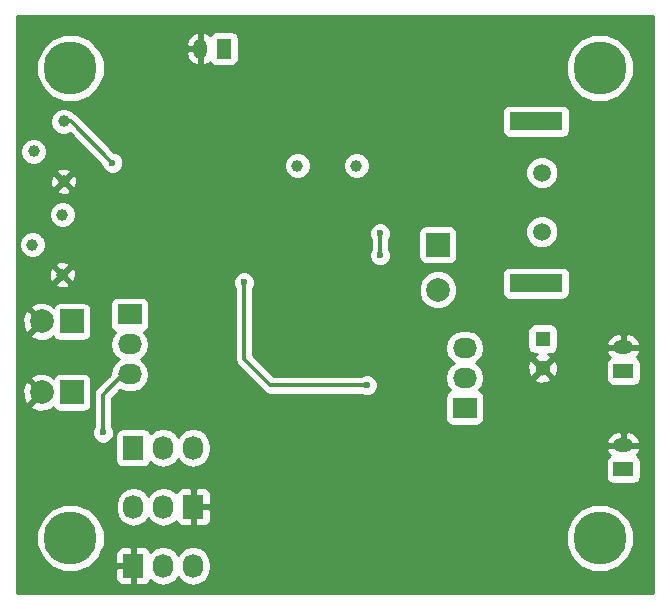
<source format=gbr>
G04 #@! TF.FileFunction,Copper,L2,Bot,Signal*
%FSLAX46Y46*%
G04 Gerber Fmt 4.6, Leading zero omitted, Abs format (unit mm)*
G04 Created by KiCad (PCBNEW 4.0.1-stable) date 02/03/2016 22:00:12*
%MOMM*%
G01*
G04 APERTURE LIST*
%ADD10C,0.100000*%
%ADD11C,4.500120*%
%ADD12C,1.000000*%
%ADD13R,1.727200X2.032000*%
%ADD14O,1.727200X2.032000*%
%ADD15R,1.699260X1.198880*%
%ADD16O,1.699260X1.198880*%
%ADD17R,2.032000X1.727200*%
%ADD18O,2.032000X1.727200*%
%ADD19R,1.300000X1.300000*%
%ADD20C,1.300000*%
%ADD21C,1.500000*%
%ADD22R,4.500000X1.500000*%
%ADD23R,1.198880X1.699260*%
%ADD24O,1.198880X1.699260*%
%ADD25R,2.000000X2.000000*%
%ADD26C,2.000000*%
%ADD27C,1.998980*%
%ADD28R,1.998980X1.998980*%
%ADD29C,0.600000*%
%ADD30C,0.300000*%
%ADD31C,0.254000*%
G04 APERTURE END LIST*
D10*
D11*
X121066000Y-116200000D03*
X121066000Y-76400000D03*
X165866000Y-76400000D03*
X165866000Y-116200000D03*
D12*
X117836000Y-91350000D03*
X120376000Y-93890000D03*
X120376000Y-88810000D03*
D13*
X126366000Y-108550000D03*
D14*
X128906000Y-108550000D03*
X131446000Y-108550000D03*
D12*
X117936000Y-83450000D03*
X120476000Y-85990000D03*
X120476000Y-80910000D03*
D13*
X126366000Y-118550000D03*
D14*
X128906000Y-118550000D03*
X131446000Y-118550000D03*
D12*
X145266000Y-84650000D03*
X140266000Y-84650000D03*
D15*
X167866000Y-110350760D03*
D16*
X167866000Y-108349240D03*
D13*
X131466000Y-113550000D03*
D14*
X128926000Y-113550000D03*
X126386000Y-113550000D03*
D15*
X167866000Y-102050760D03*
D16*
X167866000Y-100049240D03*
D17*
X126066000Y-97250000D03*
D18*
X126066000Y-99790000D03*
X126066000Y-102330000D03*
D19*
X161036000Y-99314000D03*
D20*
X161036000Y-101814000D03*
D21*
X160966000Y-85250000D03*
X160966000Y-90250000D03*
D22*
X160466000Y-94600000D03*
X160466000Y-80900000D03*
D23*
X134066760Y-74750000D03*
D24*
X132065240Y-74750000D03*
D25*
X121166000Y-97850000D03*
D26*
X118626000Y-97850000D03*
D25*
X121166000Y-103850000D03*
D26*
X118626000Y-103850000D03*
D27*
X152166000Y-95160000D03*
D28*
X152166000Y-91350000D03*
D17*
X154432000Y-105156000D03*
D18*
X154432000Y-102616000D03*
X154432000Y-100076000D03*
D29*
X138678500Y-98712500D03*
X141266000Y-108450000D03*
X157566000Y-75350000D03*
X157266000Y-84250000D03*
X148366000Y-100250000D03*
X138666000Y-101400000D03*
X138666000Y-95950000D03*
X140716000Y-92750000D03*
X135766000Y-90550000D03*
X135266000Y-117600000D03*
X135766000Y-94550000D03*
X146166000Y-103250000D03*
X123816000Y-107250000D03*
X147266000Y-92250000D03*
X147266000Y-90400000D03*
X124616000Y-84400000D03*
D30*
X138666000Y-98750000D02*
X138666000Y-98725000D01*
X138666000Y-98725000D02*
X138678500Y-98712500D01*
X137966000Y-103250000D02*
X146166000Y-103250000D01*
X135766000Y-101050000D02*
X137966000Y-103250000D01*
X135766000Y-101050000D02*
X135766000Y-94550000D01*
X123816000Y-107250000D02*
X123816000Y-104050000D01*
X123816000Y-104050000D02*
X125536000Y-102330000D01*
X125536000Y-102330000D02*
X126066000Y-102330000D01*
X147266000Y-92250000D02*
X147266000Y-90400000D01*
X124616000Y-84400000D02*
X121126000Y-80910000D01*
X121126000Y-80910000D02*
X120476000Y-80910000D01*
D31*
G36*
X170356000Y-120840000D02*
X116576000Y-120840000D01*
X116576000Y-116771356D01*
X118180440Y-116771356D01*
X118618739Y-117832120D01*
X119429611Y-118644409D01*
X120489608Y-119084558D01*
X121637356Y-119085560D01*
X122241942Y-118835750D01*
X124867400Y-118835750D01*
X124867400Y-119692309D01*
X124964073Y-119925698D01*
X125142701Y-120104327D01*
X125376090Y-120201000D01*
X126080250Y-120201000D01*
X126239000Y-120042250D01*
X126239000Y-118677000D01*
X125026150Y-118677000D01*
X124867400Y-118835750D01*
X122241942Y-118835750D01*
X122698120Y-118647261D01*
X123510409Y-117836389D01*
X123688419Y-117407691D01*
X124867400Y-117407691D01*
X124867400Y-118264250D01*
X125026150Y-118423000D01*
X126239000Y-118423000D01*
X126239000Y-117057750D01*
X126493000Y-117057750D01*
X126493000Y-118423000D01*
X126513000Y-118423000D01*
X126513000Y-118677000D01*
X126493000Y-118677000D01*
X126493000Y-120042250D01*
X126651750Y-120201000D01*
X127355910Y-120201000D01*
X127589299Y-120104327D01*
X127767927Y-119925698D01*
X127831500Y-119772220D01*
X127846330Y-119794415D01*
X128332511Y-120119271D01*
X128906000Y-120233345D01*
X129479489Y-120119271D01*
X129965670Y-119794415D01*
X130176000Y-119479634D01*
X130386330Y-119794415D01*
X130872511Y-120119271D01*
X131446000Y-120233345D01*
X132019489Y-120119271D01*
X132505670Y-119794415D01*
X132830526Y-119308234D01*
X132944600Y-118734745D01*
X132944600Y-118365255D01*
X132830526Y-117791766D01*
X132505670Y-117305585D01*
X132019489Y-116980729D01*
X131446000Y-116866655D01*
X130872511Y-116980729D01*
X130386330Y-117305585D01*
X130176000Y-117620366D01*
X129965670Y-117305585D01*
X129479489Y-116980729D01*
X128906000Y-116866655D01*
X128332511Y-116980729D01*
X127846330Y-117305585D01*
X127831500Y-117327780D01*
X127767927Y-117174302D01*
X127589299Y-116995673D01*
X127355910Y-116899000D01*
X126651750Y-116899000D01*
X126493000Y-117057750D01*
X126239000Y-117057750D01*
X126080250Y-116899000D01*
X125376090Y-116899000D01*
X125142701Y-116995673D01*
X124964073Y-117174302D01*
X124867400Y-117407691D01*
X123688419Y-117407691D01*
X123950558Y-116776392D01*
X123950562Y-116771356D01*
X162980440Y-116771356D01*
X163418739Y-117832120D01*
X164229611Y-118644409D01*
X165289608Y-119084558D01*
X166437356Y-119085560D01*
X167498120Y-118647261D01*
X168310409Y-117836389D01*
X168750558Y-116776392D01*
X168751560Y-115628644D01*
X168313261Y-114567880D01*
X167502389Y-113755591D01*
X166442392Y-113315442D01*
X165294644Y-113314440D01*
X164233880Y-113752739D01*
X163421591Y-114563611D01*
X162981442Y-115623608D01*
X162980440Y-116771356D01*
X123950562Y-116771356D01*
X123951560Y-115628644D01*
X123513261Y-114567880D01*
X122702389Y-113755591D01*
X121762356Y-113365255D01*
X124887400Y-113365255D01*
X124887400Y-113734745D01*
X125001474Y-114308234D01*
X125326330Y-114794415D01*
X125812511Y-115119271D01*
X126386000Y-115233345D01*
X126959489Y-115119271D01*
X127445670Y-114794415D01*
X127656000Y-114479634D01*
X127866330Y-114794415D01*
X128352511Y-115119271D01*
X128926000Y-115233345D01*
X129499489Y-115119271D01*
X129985670Y-114794415D01*
X130000500Y-114772220D01*
X130064073Y-114925698D01*
X130242701Y-115104327D01*
X130476090Y-115201000D01*
X131180250Y-115201000D01*
X131339000Y-115042250D01*
X131339000Y-113677000D01*
X131593000Y-113677000D01*
X131593000Y-115042250D01*
X131751750Y-115201000D01*
X132455910Y-115201000D01*
X132689299Y-115104327D01*
X132867927Y-114925698D01*
X132964600Y-114692309D01*
X132964600Y-113835750D01*
X132805850Y-113677000D01*
X131593000Y-113677000D01*
X131339000Y-113677000D01*
X131319000Y-113677000D01*
X131319000Y-113423000D01*
X131339000Y-113423000D01*
X131339000Y-112057750D01*
X131593000Y-112057750D01*
X131593000Y-113423000D01*
X132805850Y-113423000D01*
X132964600Y-113264250D01*
X132964600Y-112407691D01*
X132867927Y-112174302D01*
X132689299Y-111995673D01*
X132455910Y-111899000D01*
X131751750Y-111899000D01*
X131593000Y-112057750D01*
X131339000Y-112057750D01*
X131180250Y-111899000D01*
X130476090Y-111899000D01*
X130242701Y-111995673D01*
X130064073Y-112174302D01*
X130000500Y-112327780D01*
X129985670Y-112305585D01*
X129499489Y-111980729D01*
X128926000Y-111866655D01*
X128352511Y-111980729D01*
X127866330Y-112305585D01*
X127656000Y-112620366D01*
X127445670Y-112305585D01*
X126959489Y-111980729D01*
X126386000Y-111866655D01*
X125812511Y-111980729D01*
X125326330Y-112305585D01*
X125001474Y-112791766D01*
X124887400Y-113365255D01*
X121762356Y-113365255D01*
X121642392Y-113315442D01*
X120494644Y-113314440D01*
X119433880Y-113752739D01*
X118621591Y-114563611D01*
X118181442Y-115623608D01*
X118180440Y-116771356D01*
X116576000Y-116771356D01*
X116576000Y-107435167D01*
X122880838Y-107435167D01*
X123022883Y-107778943D01*
X123285673Y-108042192D01*
X123629201Y-108184838D01*
X124001167Y-108185162D01*
X124344943Y-108043117D01*
X124608192Y-107780327D01*
X124710476Y-107534000D01*
X124854960Y-107534000D01*
X124854960Y-109566000D01*
X124899238Y-109801317D01*
X125038310Y-110017441D01*
X125250510Y-110162431D01*
X125502400Y-110213440D01*
X127229600Y-110213440D01*
X127464917Y-110169162D01*
X127681041Y-110030090D01*
X127826031Y-109817890D01*
X127834400Y-109776561D01*
X127846330Y-109794415D01*
X128332511Y-110119271D01*
X128906000Y-110233345D01*
X129479489Y-110119271D01*
X129965670Y-109794415D01*
X130176000Y-109479634D01*
X130386330Y-109794415D01*
X130872511Y-110119271D01*
X131446000Y-110233345D01*
X132019489Y-110119271D01*
X132505670Y-109794415D01*
X132534465Y-109751320D01*
X166368930Y-109751320D01*
X166368930Y-110950200D01*
X166413208Y-111185517D01*
X166552280Y-111401641D01*
X166764480Y-111546631D01*
X167016370Y-111597640D01*
X168715630Y-111597640D01*
X168950947Y-111553362D01*
X169167071Y-111414290D01*
X169312061Y-111202090D01*
X169363070Y-110950200D01*
X169363070Y-109751320D01*
X169318792Y-109516003D01*
X169179720Y-109299879D01*
X169025757Y-109194681D01*
X169047568Y-109178197D01*
X169293899Y-108758673D01*
X169309095Y-108666761D01*
X169184357Y-108476240D01*
X167993000Y-108476240D01*
X167993000Y-108496240D01*
X167739000Y-108496240D01*
X167739000Y-108476240D01*
X166547643Y-108476240D01*
X166422905Y-108666761D01*
X166438101Y-108758673D01*
X166684432Y-109178197D01*
X166707398Y-109195554D01*
X166564929Y-109287230D01*
X166419939Y-109499430D01*
X166368930Y-109751320D01*
X132534465Y-109751320D01*
X132830526Y-109308234D01*
X132944600Y-108734745D01*
X132944600Y-108365255D01*
X132878256Y-108031719D01*
X166422905Y-108031719D01*
X166547643Y-108222240D01*
X167739000Y-108222240D01*
X167739000Y-107267240D01*
X167993000Y-107267240D01*
X167993000Y-108222240D01*
X169184357Y-108222240D01*
X169309095Y-108031719D01*
X169293899Y-107939807D01*
X169047568Y-107520283D01*
X168659443Y-107226961D01*
X168188613Y-107104495D01*
X167993000Y-107267240D01*
X167739000Y-107267240D01*
X167543387Y-107104495D01*
X167072557Y-107226961D01*
X166684432Y-107520283D01*
X166438101Y-107939807D01*
X166422905Y-108031719D01*
X132878256Y-108031719D01*
X132830526Y-107791766D01*
X132505670Y-107305585D01*
X132019489Y-106980729D01*
X131446000Y-106866655D01*
X130872511Y-106980729D01*
X130386330Y-107305585D01*
X130176000Y-107620366D01*
X129965670Y-107305585D01*
X129479489Y-106980729D01*
X128906000Y-106866655D01*
X128332511Y-106980729D01*
X127846330Y-107305585D01*
X127836757Y-107319913D01*
X127832762Y-107298683D01*
X127693690Y-107082559D01*
X127481490Y-106937569D01*
X127229600Y-106886560D01*
X125502400Y-106886560D01*
X125267083Y-106930838D01*
X125050959Y-107069910D01*
X124905969Y-107282110D01*
X124854960Y-107534000D01*
X124710476Y-107534000D01*
X124750838Y-107436799D01*
X124751162Y-107064833D01*
X124609117Y-106721057D01*
X124601000Y-106712926D01*
X124601000Y-104375158D01*
X125280111Y-103696047D01*
X125307766Y-103714526D01*
X125881255Y-103828600D01*
X126250745Y-103828600D01*
X126824234Y-103714526D01*
X127310415Y-103389670D01*
X127635271Y-102903489D01*
X127749345Y-102330000D01*
X127635271Y-101756511D01*
X127310415Y-101270330D01*
X126995634Y-101060000D01*
X127310415Y-100849670D01*
X127635271Y-100363489D01*
X127749345Y-99790000D01*
X127635271Y-99216511D01*
X127310415Y-98730330D01*
X127296087Y-98720757D01*
X127317317Y-98716762D01*
X127533441Y-98577690D01*
X127678431Y-98365490D01*
X127729440Y-98113600D01*
X127729440Y-96386400D01*
X127685162Y-96151083D01*
X127546090Y-95934959D01*
X127333890Y-95789969D01*
X127082000Y-95738960D01*
X125050000Y-95738960D01*
X124814683Y-95783238D01*
X124598559Y-95922310D01*
X124453569Y-96134510D01*
X124402560Y-96386400D01*
X124402560Y-98113600D01*
X124446838Y-98348917D01*
X124585910Y-98565041D01*
X124798110Y-98710031D01*
X124839439Y-98718400D01*
X124821585Y-98730330D01*
X124496729Y-99216511D01*
X124382655Y-99790000D01*
X124496729Y-100363489D01*
X124821585Y-100849670D01*
X125136366Y-101060000D01*
X124821585Y-101270330D01*
X124496729Y-101756511D01*
X124382655Y-102330000D01*
X124389820Y-102366022D01*
X123260921Y-103494921D01*
X123090755Y-103749593D01*
X123072581Y-103840959D01*
X123031000Y-104050000D01*
X123031000Y-106712494D01*
X123023808Y-106719673D01*
X122881162Y-107063201D01*
X122880838Y-107435167D01*
X116576000Y-107435167D01*
X116576000Y-103585461D01*
X116980092Y-103585461D01*
X117004144Y-104235460D01*
X117206613Y-104724264D01*
X117473468Y-104822927D01*
X118446395Y-103850000D01*
X117473468Y-102877073D01*
X117206613Y-102975736D01*
X116980092Y-103585461D01*
X116576000Y-103585461D01*
X116576000Y-102697468D01*
X117653073Y-102697468D01*
X118626000Y-103670395D01*
X118640143Y-103656253D01*
X118819748Y-103835858D01*
X118805605Y-103850000D01*
X118819748Y-103864143D01*
X118640143Y-104043748D01*
X118626000Y-104029605D01*
X117653073Y-105002532D01*
X117751736Y-105269387D01*
X118361461Y-105495908D01*
X119011460Y-105471856D01*
X119500264Y-105269387D01*
X119566319Y-105090727D01*
X119701910Y-105301441D01*
X119914110Y-105446431D01*
X120166000Y-105497440D01*
X122166000Y-105497440D01*
X122401317Y-105453162D01*
X122617441Y-105314090D01*
X122762431Y-105101890D01*
X122813440Y-104850000D01*
X122813440Y-102850000D01*
X122769162Y-102614683D01*
X122630090Y-102398559D01*
X122417890Y-102253569D01*
X122166000Y-102202560D01*
X120166000Y-102202560D01*
X119930683Y-102246838D01*
X119714559Y-102385910D01*
X119569569Y-102598110D01*
X119566958Y-102611002D01*
X119500264Y-102430613D01*
X118890539Y-102204092D01*
X118240540Y-102228144D01*
X117751736Y-102430613D01*
X117653073Y-102697468D01*
X116576000Y-102697468D01*
X116576000Y-97585461D01*
X116980092Y-97585461D01*
X117004144Y-98235460D01*
X117206613Y-98724264D01*
X117473468Y-98822927D01*
X118446395Y-97850000D01*
X117473468Y-96877073D01*
X117206613Y-96975736D01*
X116980092Y-97585461D01*
X116576000Y-97585461D01*
X116576000Y-96697468D01*
X117653073Y-96697468D01*
X118626000Y-97670395D01*
X118640143Y-97656253D01*
X118819748Y-97835858D01*
X118805605Y-97850000D01*
X118819748Y-97864143D01*
X118640143Y-98043748D01*
X118626000Y-98029605D01*
X117653073Y-99002532D01*
X117751736Y-99269387D01*
X118361461Y-99495908D01*
X119011460Y-99471856D01*
X119500264Y-99269387D01*
X119566319Y-99090727D01*
X119701910Y-99301441D01*
X119914110Y-99446431D01*
X120166000Y-99497440D01*
X122166000Y-99497440D01*
X122401317Y-99453162D01*
X122617441Y-99314090D01*
X122762431Y-99101890D01*
X122813440Y-98850000D01*
X122813440Y-96850000D01*
X122769162Y-96614683D01*
X122630090Y-96398559D01*
X122417890Y-96253569D01*
X122166000Y-96202560D01*
X120166000Y-96202560D01*
X119930683Y-96246838D01*
X119714559Y-96385910D01*
X119569569Y-96598110D01*
X119566958Y-96611002D01*
X119500264Y-96430613D01*
X118890539Y-96204092D01*
X118240540Y-96228144D01*
X117751736Y-96430613D01*
X117653073Y-96697468D01*
X116576000Y-96697468D01*
X116576000Y-94680104D01*
X119765501Y-94680104D01*
X119802648Y-94895217D01*
X120230972Y-95038112D01*
X120681375Y-95006217D01*
X120949352Y-94895217D01*
X120976990Y-94735167D01*
X134830838Y-94735167D01*
X134972883Y-95078943D01*
X134981000Y-95087074D01*
X134981000Y-101050000D01*
X135040755Y-101350407D01*
X135210921Y-101605079D01*
X137410921Y-103805079D01*
X137665594Y-103975245D01*
X137966000Y-104035000D01*
X145628494Y-104035000D01*
X145635673Y-104042192D01*
X145979201Y-104184838D01*
X146351167Y-104185162D01*
X146694943Y-104043117D01*
X146958192Y-103780327D01*
X147100838Y-103436799D01*
X147101162Y-103064833D01*
X146959117Y-102721057D01*
X146696327Y-102457808D01*
X146352799Y-102315162D01*
X145980833Y-102314838D01*
X145637057Y-102456883D01*
X145628926Y-102465000D01*
X138291158Y-102465000D01*
X136551000Y-100724842D01*
X136551000Y-100076000D01*
X152748655Y-100076000D01*
X152862729Y-100649489D01*
X153187585Y-101135670D01*
X153502366Y-101346000D01*
X153187585Y-101556330D01*
X152862729Y-102042511D01*
X152748655Y-102616000D01*
X152862729Y-103189489D01*
X153187585Y-103675670D01*
X153201913Y-103685243D01*
X153180683Y-103689238D01*
X152964559Y-103828310D01*
X152819569Y-104040510D01*
X152768560Y-104292400D01*
X152768560Y-106019600D01*
X152812838Y-106254917D01*
X152951910Y-106471041D01*
X153164110Y-106616031D01*
X153416000Y-106667040D01*
X155448000Y-106667040D01*
X155683317Y-106622762D01*
X155899441Y-106483690D01*
X156044431Y-106271490D01*
X156095440Y-106019600D01*
X156095440Y-104292400D01*
X156051162Y-104057083D01*
X155912090Y-103840959D01*
X155699890Y-103695969D01*
X155658561Y-103687600D01*
X155676415Y-103675670D01*
X156001271Y-103189489D01*
X156096047Y-102713016D01*
X160316590Y-102713016D01*
X160372271Y-102943611D01*
X160855078Y-103111622D01*
X161365428Y-103082083D01*
X161699729Y-102943611D01*
X161755410Y-102713016D01*
X161036000Y-101993605D01*
X160316590Y-102713016D01*
X156096047Y-102713016D01*
X156115345Y-102616000D01*
X156001271Y-102042511D01*
X155727697Y-101633078D01*
X159738378Y-101633078D01*
X159767917Y-102143428D01*
X159906389Y-102477729D01*
X160136984Y-102533410D01*
X160856395Y-101814000D01*
X161215605Y-101814000D01*
X161935016Y-102533410D01*
X162165611Y-102477729D01*
X162333622Y-101994922D01*
X162304083Y-101484572D01*
X162290310Y-101451320D01*
X166368930Y-101451320D01*
X166368930Y-102650200D01*
X166413208Y-102885517D01*
X166552280Y-103101641D01*
X166764480Y-103246631D01*
X167016370Y-103297640D01*
X168715630Y-103297640D01*
X168950947Y-103253362D01*
X169167071Y-103114290D01*
X169312061Y-102902090D01*
X169363070Y-102650200D01*
X169363070Y-101451320D01*
X169318792Y-101216003D01*
X169179720Y-100999879D01*
X169025757Y-100894681D01*
X169047568Y-100878197D01*
X169293899Y-100458673D01*
X169309095Y-100366761D01*
X169184357Y-100176240D01*
X167993000Y-100176240D01*
X167993000Y-100196240D01*
X167739000Y-100196240D01*
X167739000Y-100176240D01*
X166547643Y-100176240D01*
X166422905Y-100366761D01*
X166438101Y-100458673D01*
X166684432Y-100878197D01*
X166707398Y-100895554D01*
X166564929Y-100987230D01*
X166419939Y-101199430D01*
X166368930Y-101451320D01*
X162290310Y-101451320D01*
X162165611Y-101150271D01*
X161935016Y-101094590D01*
X161215605Y-101814000D01*
X160856395Y-101814000D01*
X160136984Y-101094590D01*
X159906389Y-101150271D01*
X159738378Y-101633078D01*
X155727697Y-101633078D01*
X155676415Y-101556330D01*
X155361634Y-101346000D01*
X155676415Y-101135670D01*
X156001271Y-100649489D01*
X156115345Y-100076000D01*
X156001271Y-99502511D01*
X155676415Y-99016330D01*
X155190234Y-98691474D01*
X155052113Y-98664000D01*
X159738560Y-98664000D01*
X159738560Y-99964000D01*
X159782838Y-100199317D01*
X159921910Y-100415441D01*
X160134110Y-100560431D01*
X160386000Y-100611440D01*
X160548385Y-100611440D01*
X160372271Y-100684389D01*
X160316590Y-100914984D01*
X161036000Y-101634395D01*
X161755410Y-100914984D01*
X161699729Y-100684389D01*
X161490098Y-100611440D01*
X161686000Y-100611440D01*
X161921317Y-100567162D01*
X162137441Y-100428090D01*
X162282431Y-100215890D01*
X162333440Y-99964000D01*
X162333440Y-99731719D01*
X166422905Y-99731719D01*
X166547643Y-99922240D01*
X167739000Y-99922240D01*
X167739000Y-98967240D01*
X167993000Y-98967240D01*
X167993000Y-99922240D01*
X169184357Y-99922240D01*
X169309095Y-99731719D01*
X169293899Y-99639807D01*
X169047568Y-99220283D01*
X168659443Y-98926961D01*
X168188613Y-98804495D01*
X167993000Y-98967240D01*
X167739000Y-98967240D01*
X167543387Y-98804495D01*
X167072557Y-98926961D01*
X166684432Y-99220283D01*
X166438101Y-99639807D01*
X166422905Y-99731719D01*
X162333440Y-99731719D01*
X162333440Y-98664000D01*
X162289162Y-98428683D01*
X162150090Y-98212559D01*
X161937890Y-98067569D01*
X161686000Y-98016560D01*
X160386000Y-98016560D01*
X160150683Y-98060838D01*
X159934559Y-98199910D01*
X159789569Y-98412110D01*
X159738560Y-98664000D01*
X155052113Y-98664000D01*
X154616745Y-98577400D01*
X154247255Y-98577400D01*
X153673766Y-98691474D01*
X153187585Y-99016330D01*
X152862729Y-99502511D01*
X152748655Y-100076000D01*
X136551000Y-100076000D01*
X136551000Y-95483694D01*
X150531226Y-95483694D01*
X150779538Y-96084655D01*
X151238927Y-96544846D01*
X151839453Y-96794206D01*
X152489694Y-96794774D01*
X153090655Y-96546462D01*
X153550846Y-96087073D01*
X153800206Y-95486547D01*
X153800774Y-94836306D01*
X153552462Y-94235345D01*
X153167789Y-93850000D01*
X157568560Y-93850000D01*
X157568560Y-95350000D01*
X157612838Y-95585317D01*
X157751910Y-95801441D01*
X157964110Y-95946431D01*
X158216000Y-95997440D01*
X162716000Y-95997440D01*
X162951317Y-95953162D01*
X163167441Y-95814090D01*
X163312431Y-95601890D01*
X163363440Y-95350000D01*
X163363440Y-93850000D01*
X163319162Y-93614683D01*
X163180090Y-93398559D01*
X162967890Y-93253569D01*
X162716000Y-93202560D01*
X158216000Y-93202560D01*
X157980683Y-93246838D01*
X157764559Y-93385910D01*
X157619569Y-93598110D01*
X157568560Y-93850000D01*
X153167789Y-93850000D01*
X153093073Y-93775154D01*
X152492547Y-93525794D01*
X151842306Y-93525226D01*
X151241345Y-93773538D01*
X150781154Y-94232927D01*
X150531794Y-94833453D01*
X150531226Y-95483694D01*
X136551000Y-95483694D01*
X136551000Y-95087506D01*
X136558192Y-95080327D01*
X136700838Y-94736799D01*
X136701162Y-94364833D01*
X136559117Y-94021057D01*
X136296327Y-93757808D01*
X135952799Y-93615162D01*
X135580833Y-93614838D01*
X135237057Y-93756883D01*
X134973808Y-94019673D01*
X134831162Y-94363201D01*
X134830838Y-94735167D01*
X120976990Y-94735167D01*
X120986499Y-94680104D01*
X120376000Y-94069605D01*
X119765501Y-94680104D01*
X116576000Y-94680104D01*
X116576000Y-93744972D01*
X119227888Y-93744972D01*
X119259783Y-94195375D01*
X119370783Y-94463352D01*
X119585896Y-94500499D01*
X120196395Y-93890000D01*
X120555605Y-93890000D01*
X121166104Y-94500499D01*
X121381217Y-94463352D01*
X121524112Y-94035028D01*
X121492217Y-93584625D01*
X121381217Y-93316648D01*
X121166104Y-93279501D01*
X120555605Y-93890000D01*
X120196395Y-93890000D01*
X119585896Y-93279501D01*
X119370783Y-93316648D01*
X119227888Y-93744972D01*
X116576000Y-93744972D01*
X116576000Y-93099896D01*
X119765501Y-93099896D01*
X120376000Y-93710395D01*
X120986499Y-93099896D01*
X120949352Y-92884783D01*
X120521028Y-92741888D01*
X120070625Y-92773783D01*
X119802648Y-92884783D01*
X119765501Y-93099896D01*
X116576000Y-93099896D01*
X116576000Y-91574775D01*
X116700803Y-91574775D01*
X116873233Y-91992086D01*
X117192235Y-92311645D01*
X117609244Y-92484803D01*
X118060775Y-92485197D01*
X118478086Y-92312767D01*
X118797645Y-91993765D01*
X118970803Y-91576756D01*
X118971197Y-91125225D01*
X118798767Y-90707914D01*
X118676234Y-90585167D01*
X146330838Y-90585167D01*
X146472883Y-90928943D01*
X146481000Y-90937074D01*
X146481000Y-91712494D01*
X146473808Y-91719673D01*
X146331162Y-92063201D01*
X146330838Y-92435167D01*
X146472883Y-92778943D01*
X146735673Y-93042192D01*
X147079201Y-93184838D01*
X147451167Y-93185162D01*
X147794943Y-93043117D01*
X148058192Y-92780327D01*
X148200838Y-92436799D01*
X148201162Y-92064833D01*
X148059117Y-91721057D01*
X148051000Y-91712926D01*
X148051000Y-90937506D01*
X148058192Y-90930327D01*
X148200838Y-90586799D01*
X148201043Y-90350510D01*
X150519070Y-90350510D01*
X150519070Y-92349490D01*
X150563348Y-92584807D01*
X150702420Y-92800931D01*
X150914620Y-92945921D01*
X151166510Y-92996930D01*
X153165490Y-92996930D01*
X153400807Y-92952652D01*
X153616931Y-92813580D01*
X153761921Y-92601380D01*
X153812930Y-92349490D01*
X153812930Y-90524285D01*
X159580760Y-90524285D01*
X159791169Y-91033515D01*
X160180436Y-91423461D01*
X160689298Y-91634759D01*
X161240285Y-91635240D01*
X161749515Y-91424831D01*
X162139461Y-91035564D01*
X162350759Y-90526702D01*
X162351240Y-89975715D01*
X162140831Y-89466485D01*
X161751564Y-89076539D01*
X161242702Y-88865241D01*
X160691715Y-88864760D01*
X160182485Y-89075169D01*
X159792539Y-89464436D01*
X159581241Y-89973298D01*
X159580760Y-90524285D01*
X153812930Y-90524285D01*
X153812930Y-90350510D01*
X153768652Y-90115193D01*
X153629580Y-89899069D01*
X153417380Y-89754079D01*
X153165490Y-89703070D01*
X151166510Y-89703070D01*
X150931193Y-89747348D01*
X150715069Y-89886420D01*
X150570079Y-90098620D01*
X150519070Y-90350510D01*
X148201043Y-90350510D01*
X148201162Y-90214833D01*
X148059117Y-89871057D01*
X147796327Y-89607808D01*
X147452799Y-89465162D01*
X147080833Y-89464838D01*
X146737057Y-89606883D01*
X146473808Y-89869673D01*
X146331162Y-90213201D01*
X146330838Y-90585167D01*
X118676234Y-90585167D01*
X118479765Y-90388355D01*
X118062756Y-90215197D01*
X117611225Y-90214803D01*
X117193914Y-90387233D01*
X116874355Y-90706235D01*
X116701197Y-91123244D01*
X116700803Y-91574775D01*
X116576000Y-91574775D01*
X116576000Y-89034775D01*
X119240803Y-89034775D01*
X119413233Y-89452086D01*
X119732235Y-89771645D01*
X120149244Y-89944803D01*
X120600775Y-89945197D01*
X121018086Y-89772767D01*
X121337645Y-89453765D01*
X121510803Y-89036756D01*
X121511197Y-88585225D01*
X121338767Y-88167914D01*
X121019765Y-87848355D01*
X120602756Y-87675197D01*
X120151225Y-87674803D01*
X119733914Y-87847233D01*
X119414355Y-88166235D01*
X119241197Y-88583244D01*
X119240803Y-89034775D01*
X116576000Y-89034775D01*
X116576000Y-86780104D01*
X119865501Y-86780104D01*
X119902648Y-86995217D01*
X120330972Y-87138112D01*
X120781375Y-87106217D01*
X121049352Y-86995217D01*
X121086499Y-86780104D01*
X120476000Y-86169605D01*
X119865501Y-86780104D01*
X116576000Y-86780104D01*
X116576000Y-85844972D01*
X119327888Y-85844972D01*
X119359783Y-86295375D01*
X119470783Y-86563352D01*
X119685896Y-86600499D01*
X120296395Y-85990000D01*
X120655605Y-85990000D01*
X121266104Y-86600499D01*
X121481217Y-86563352D01*
X121624112Y-86135028D01*
X121592217Y-85684625D01*
X121481217Y-85416648D01*
X121266104Y-85379501D01*
X120655605Y-85990000D01*
X120296395Y-85990000D01*
X119685896Y-85379501D01*
X119470783Y-85416648D01*
X119327888Y-85844972D01*
X116576000Y-85844972D01*
X116576000Y-85199896D01*
X119865501Y-85199896D01*
X120476000Y-85810395D01*
X121086499Y-85199896D01*
X121049352Y-84984783D01*
X120621028Y-84841888D01*
X120170625Y-84873783D01*
X119902648Y-84984783D01*
X119865501Y-85199896D01*
X116576000Y-85199896D01*
X116576000Y-83674775D01*
X116800803Y-83674775D01*
X116973233Y-84092086D01*
X117292235Y-84411645D01*
X117709244Y-84584803D01*
X118160775Y-84585197D01*
X118578086Y-84412767D01*
X118897645Y-84093765D01*
X119070803Y-83676756D01*
X119071197Y-83225225D01*
X118898767Y-82807914D01*
X118579765Y-82488355D01*
X118162756Y-82315197D01*
X117711225Y-82314803D01*
X117293914Y-82487233D01*
X116974355Y-82806235D01*
X116801197Y-83223244D01*
X116800803Y-83674775D01*
X116576000Y-83674775D01*
X116576000Y-81134775D01*
X119340803Y-81134775D01*
X119513233Y-81552086D01*
X119832235Y-81871645D01*
X120249244Y-82044803D01*
X120700775Y-82045197D01*
X121019390Y-81913548D01*
X123680847Y-84575005D01*
X123680838Y-84585167D01*
X123822883Y-84928943D01*
X124085673Y-85192192D01*
X124429201Y-85334838D01*
X124801167Y-85335162D01*
X125144943Y-85193117D01*
X125408192Y-84930327D01*
X125431259Y-84874775D01*
X139130803Y-84874775D01*
X139303233Y-85292086D01*
X139622235Y-85611645D01*
X140039244Y-85784803D01*
X140490775Y-85785197D01*
X140908086Y-85612767D01*
X141227645Y-85293765D01*
X141400803Y-84876756D01*
X141400804Y-84874775D01*
X144130803Y-84874775D01*
X144303233Y-85292086D01*
X144622235Y-85611645D01*
X145039244Y-85784803D01*
X145490775Y-85785197D01*
X145908086Y-85612767D01*
X145996722Y-85524285D01*
X159580760Y-85524285D01*
X159791169Y-86033515D01*
X160180436Y-86423461D01*
X160689298Y-86634759D01*
X161240285Y-86635240D01*
X161749515Y-86424831D01*
X162139461Y-86035564D01*
X162350759Y-85526702D01*
X162351240Y-84975715D01*
X162140831Y-84466485D01*
X161751564Y-84076539D01*
X161242702Y-83865241D01*
X160691715Y-83864760D01*
X160182485Y-84075169D01*
X159792539Y-84464436D01*
X159581241Y-84973298D01*
X159580760Y-85524285D01*
X145996722Y-85524285D01*
X146227645Y-85293765D01*
X146400803Y-84876756D01*
X146401197Y-84425225D01*
X146228767Y-84007914D01*
X145909765Y-83688355D01*
X145492756Y-83515197D01*
X145041225Y-83514803D01*
X144623914Y-83687233D01*
X144304355Y-84006235D01*
X144131197Y-84423244D01*
X144130803Y-84874775D01*
X141400804Y-84874775D01*
X141401197Y-84425225D01*
X141228767Y-84007914D01*
X140909765Y-83688355D01*
X140492756Y-83515197D01*
X140041225Y-83514803D01*
X139623914Y-83687233D01*
X139304355Y-84006235D01*
X139131197Y-84423244D01*
X139130803Y-84874775D01*
X125431259Y-84874775D01*
X125550838Y-84586799D01*
X125551162Y-84214833D01*
X125409117Y-83871057D01*
X125146327Y-83607808D01*
X124802799Y-83465162D01*
X124791310Y-83465152D01*
X121681079Y-80354921D01*
X121426407Y-80184755D01*
X121338247Y-80167219D01*
X121321059Y-80150000D01*
X157568560Y-80150000D01*
X157568560Y-81650000D01*
X157612838Y-81885317D01*
X157751910Y-82101441D01*
X157964110Y-82246431D01*
X158216000Y-82297440D01*
X162716000Y-82297440D01*
X162951317Y-82253162D01*
X163167441Y-82114090D01*
X163312431Y-81901890D01*
X163363440Y-81650000D01*
X163363440Y-80150000D01*
X163319162Y-79914683D01*
X163180090Y-79698559D01*
X162967890Y-79553569D01*
X162716000Y-79502560D01*
X158216000Y-79502560D01*
X157980683Y-79546838D01*
X157764559Y-79685910D01*
X157619569Y-79898110D01*
X157568560Y-80150000D01*
X121321059Y-80150000D01*
X121119765Y-79948355D01*
X120702756Y-79775197D01*
X120251225Y-79774803D01*
X119833914Y-79947233D01*
X119514355Y-80266235D01*
X119341197Y-80683244D01*
X119340803Y-81134775D01*
X116576000Y-81134775D01*
X116576000Y-76971356D01*
X118180440Y-76971356D01*
X118618739Y-78032120D01*
X119429611Y-78844409D01*
X120489608Y-79284558D01*
X121637356Y-79285560D01*
X122698120Y-78847261D01*
X123510409Y-78036389D01*
X123950558Y-76976392D01*
X123950562Y-76971356D01*
X162980440Y-76971356D01*
X163418739Y-78032120D01*
X164229611Y-78844409D01*
X165289608Y-79284558D01*
X166437356Y-79285560D01*
X167498120Y-78847261D01*
X168310409Y-78036389D01*
X168750558Y-76976392D01*
X168751560Y-75828644D01*
X168313261Y-74767880D01*
X167502389Y-73955591D01*
X166442392Y-73515442D01*
X165294644Y-73514440D01*
X164233880Y-73952739D01*
X163421591Y-74763611D01*
X162981442Y-75823608D01*
X162980440Y-76971356D01*
X123950562Y-76971356D01*
X123951560Y-75828644D01*
X123639175Y-75072613D01*
X130820495Y-75072613D01*
X130942961Y-75543443D01*
X131236283Y-75931568D01*
X131655807Y-76177899D01*
X131747719Y-76193095D01*
X131938240Y-76068357D01*
X131938240Y-74877000D01*
X130983240Y-74877000D01*
X130820495Y-75072613D01*
X123639175Y-75072613D01*
X123513261Y-74767880D01*
X123173362Y-74427387D01*
X130820495Y-74427387D01*
X130983240Y-74623000D01*
X131938240Y-74623000D01*
X131938240Y-73431643D01*
X132192240Y-73431643D01*
X132192240Y-74623000D01*
X132212240Y-74623000D01*
X132212240Y-74877000D01*
X132192240Y-74877000D01*
X132192240Y-76068357D01*
X132382761Y-76193095D01*
X132474673Y-76177899D01*
X132894197Y-75931568D01*
X132911554Y-75908602D01*
X133003230Y-76051071D01*
X133215430Y-76196061D01*
X133467320Y-76247070D01*
X134666200Y-76247070D01*
X134901517Y-76202792D01*
X135117641Y-76063720D01*
X135262631Y-75851520D01*
X135313640Y-75599630D01*
X135313640Y-73900370D01*
X135269362Y-73665053D01*
X135130290Y-73448929D01*
X134918090Y-73303939D01*
X134666200Y-73252930D01*
X133467320Y-73252930D01*
X133232003Y-73297208D01*
X133015879Y-73436280D01*
X132910681Y-73590243D01*
X132894197Y-73568432D01*
X132474673Y-73322101D01*
X132382761Y-73306905D01*
X132192240Y-73431643D01*
X131938240Y-73431643D01*
X131747719Y-73306905D01*
X131655807Y-73322101D01*
X131236283Y-73568432D01*
X130942961Y-73956557D01*
X130820495Y-74427387D01*
X123173362Y-74427387D01*
X122702389Y-73955591D01*
X121642392Y-73515442D01*
X120494644Y-73514440D01*
X119433880Y-73952739D01*
X118621591Y-74763611D01*
X118181442Y-75823608D01*
X118180440Y-76971356D01*
X116576000Y-76971356D01*
X116576000Y-71960000D01*
X170356000Y-71960000D01*
X170356000Y-120840000D01*
X170356000Y-120840000D01*
G37*
X170356000Y-120840000D02*
X116576000Y-120840000D01*
X116576000Y-116771356D01*
X118180440Y-116771356D01*
X118618739Y-117832120D01*
X119429611Y-118644409D01*
X120489608Y-119084558D01*
X121637356Y-119085560D01*
X122241942Y-118835750D01*
X124867400Y-118835750D01*
X124867400Y-119692309D01*
X124964073Y-119925698D01*
X125142701Y-120104327D01*
X125376090Y-120201000D01*
X126080250Y-120201000D01*
X126239000Y-120042250D01*
X126239000Y-118677000D01*
X125026150Y-118677000D01*
X124867400Y-118835750D01*
X122241942Y-118835750D01*
X122698120Y-118647261D01*
X123510409Y-117836389D01*
X123688419Y-117407691D01*
X124867400Y-117407691D01*
X124867400Y-118264250D01*
X125026150Y-118423000D01*
X126239000Y-118423000D01*
X126239000Y-117057750D01*
X126493000Y-117057750D01*
X126493000Y-118423000D01*
X126513000Y-118423000D01*
X126513000Y-118677000D01*
X126493000Y-118677000D01*
X126493000Y-120042250D01*
X126651750Y-120201000D01*
X127355910Y-120201000D01*
X127589299Y-120104327D01*
X127767927Y-119925698D01*
X127831500Y-119772220D01*
X127846330Y-119794415D01*
X128332511Y-120119271D01*
X128906000Y-120233345D01*
X129479489Y-120119271D01*
X129965670Y-119794415D01*
X130176000Y-119479634D01*
X130386330Y-119794415D01*
X130872511Y-120119271D01*
X131446000Y-120233345D01*
X132019489Y-120119271D01*
X132505670Y-119794415D01*
X132830526Y-119308234D01*
X132944600Y-118734745D01*
X132944600Y-118365255D01*
X132830526Y-117791766D01*
X132505670Y-117305585D01*
X132019489Y-116980729D01*
X131446000Y-116866655D01*
X130872511Y-116980729D01*
X130386330Y-117305585D01*
X130176000Y-117620366D01*
X129965670Y-117305585D01*
X129479489Y-116980729D01*
X128906000Y-116866655D01*
X128332511Y-116980729D01*
X127846330Y-117305585D01*
X127831500Y-117327780D01*
X127767927Y-117174302D01*
X127589299Y-116995673D01*
X127355910Y-116899000D01*
X126651750Y-116899000D01*
X126493000Y-117057750D01*
X126239000Y-117057750D01*
X126080250Y-116899000D01*
X125376090Y-116899000D01*
X125142701Y-116995673D01*
X124964073Y-117174302D01*
X124867400Y-117407691D01*
X123688419Y-117407691D01*
X123950558Y-116776392D01*
X123950562Y-116771356D01*
X162980440Y-116771356D01*
X163418739Y-117832120D01*
X164229611Y-118644409D01*
X165289608Y-119084558D01*
X166437356Y-119085560D01*
X167498120Y-118647261D01*
X168310409Y-117836389D01*
X168750558Y-116776392D01*
X168751560Y-115628644D01*
X168313261Y-114567880D01*
X167502389Y-113755591D01*
X166442392Y-113315442D01*
X165294644Y-113314440D01*
X164233880Y-113752739D01*
X163421591Y-114563611D01*
X162981442Y-115623608D01*
X162980440Y-116771356D01*
X123950562Y-116771356D01*
X123951560Y-115628644D01*
X123513261Y-114567880D01*
X122702389Y-113755591D01*
X121762356Y-113365255D01*
X124887400Y-113365255D01*
X124887400Y-113734745D01*
X125001474Y-114308234D01*
X125326330Y-114794415D01*
X125812511Y-115119271D01*
X126386000Y-115233345D01*
X126959489Y-115119271D01*
X127445670Y-114794415D01*
X127656000Y-114479634D01*
X127866330Y-114794415D01*
X128352511Y-115119271D01*
X128926000Y-115233345D01*
X129499489Y-115119271D01*
X129985670Y-114794415D01*
X130000500Y-114772220D01*
X130064073Y-114925698D01*
X130242701Y-115104327D01*
X130476090Y-115201000D01*
X131180250Y-115201000D01*
X131339000Y-115042250D01*
X131339000Y-113677000D01*
X131593000Y-113677000D01*
X131593000Y-115042250D01*
X131751750Y-115201000D01*
X132455910Y-115201000D01*
X132689299Y-115104327D01*
X132867927Y-114925698D01*
X132964600Y-114692309D01*
X132964600Y-113835750D01*
X132805850Y-113677000D01*
X131593000Y-113677000D01*
X131339000Y-113677000D01*
X131319000Y-113677000D01*
X131319000Y-113423000D01*
X131339000Y-113423000D01*
X131339000Y-112057750D01*
X131593000Y-112057750D01*
X131593000Y-113423000D01*
X132805850Y-113423000D01*
X132964600Y-113264250D01*
X132964600Y-112407691D01*
X132867927Y-112174302D01*
X132689299Y-111995673D01*
X132455910Y-111899000D01*
X131751750Y-111899000D01*
X131593000Y-112057750D01*
X131339000Y-112057750D01*
X131180250Y-111899000D01*
X130476090Y-111899000D01*
X130242701Y-111995673D01*
X130064073Y-112174302D01*
X130000500Y-112327780D01*
X129985670Y-112305585D01*
X129499489Y-111980729D01*
X128926000Y-111866655D01*
X128352511Y-111980729D01*
X127866330Y-112305585D01*
X127656000Y-112620366D01*
X127445670Y-112305585D01*
X126959489Y-111980729D01*
X126386000Y-111866655D01*
X125812511Y-111980729D01*
X125326330Y-112305585D01*
X125001474Y-112791766D01*
X124887400Y-113365255D01*
X121762356Y-113365255D01*
X121642392Y-113315442D01*
X120494644Y-113314440D01*
X119433880Y-113752739D01*
X118621591Y-114563611D01*
X118181442Y-115623608D01*
X118180440Y-116771356D01*
X116576000Y-116771356D01*
X116576000Y-107435167D01*
X122880838Y-107435167D01*
X123022883Y-107778943D01*
X123285673Y-108042192D01*
X123629201Y-108184838D01*
X124001167Y-108185162D01*
X124344943Y-108043117D01*
X124608192Y-107780327D01*
X124710476Y-107534000D01*
X124854960Y-107534000D01*
X124854960Y-109566000D01*
X124899238Y-109801317D01*
X125038310Y-110017441D01*
X125250510Y-110162431D01*
X125502400Y-110213440D01*
X127229600Y-110213440D01*
X127464917Y-110169162D01*
X127681041Y-110030090D01*
X127826031Y-109817890D01*
X127834400Y-109776561D01*
X127846330Y-109794415D01*
X128332511Y-110119271D01*
X128906000Y-110233345D01*
X129479489Y-110119271D01*
X129965670Y-109794415D01*
X130176000Y-109479634D01*
X130386330Y-109794415D01*
X130872511Y-110119271D01*
X131446000Y-110233345D01*
X132019489Y-110119271D01*
X132505670Y-109794415D01*
X132534465Y-109751320D01*
X166368930Y-109751320D01*
X166368930Y-110950200D01*
X166413208Y-111185517D01*
X166552280Y-111401641D01*
X166764480Y-111546631D01*
X167016370Y-111597640D01*
X168715630Y-111597640D01*
X168950947Y-111553362D01*
X169167071Y-111414290D01*
X169312061Y-111202090D01*
X169363070Y-110950200D01*
X169363070Y-109751320D01*
X169318792Y-109516003D01*
X169179720Y-109299879D01*
X169025757Y-109194681D01*
X169047568Y-109178197D01*
X169293899Y-108758673D01*
X169309095Y-108666761D01*
X169184357Y-108476240D01*
X167993000Y-108476240D01*
X167993000Y-108496240D01*
X167739000Y-108496240D01*
X167739000Y-108476240D01*
X166547643Y-108476240D01*
X166422905Y-108666761D01*
X166438101Y-108758673D01*
X166684432Y-109178197D01*
X166707398Y-109195554D01*
X166564929Y-109287230D01*
X166419939Y-109499430D01*
X166368930Y-109751320D01*
X132534465Y-109751320D01*
X132830526Y-109308234D01*
X132944600Y-108734745D01*
X132944600Y-108365255D01*
X132878256Y-108031719D01*
X166422905Y-108031719D01*
X166547643Y-108222240D01*
X167739000Y-108222240D01*
X167739000Y-107267240D01*
X167993000Y-107267240D01*
X167993000Y-108222240D01*
X169184357Y-108222240D01*
X169309095Y-108031719D01*
X169293899Y-107939807D01*
X169047568Y-107520283D01*
X168659443Y-107226961D01*
X168188613Y-107104495D01*
X167993000Y-107267240D01*
X167739000Y-107267240D01*
X167543387Y-107104495D01*
X167072557Y-107226961D01*
X166684432Y-107520283D01*
X166438101Y-107939807D01*
X166422905Y-108031719D01*
X132878256Y-108031719D01*
X132830526Y-107791766D01*
X132505670Y-107305585D01*
X132019489Y-106980729D01*
X131446000Y-106866655D01*
X130872511Y-106980729D01*
X130386330Y-107305585D01*
X130176000Y-107620366D01*
X129965670Y-107305585D01*
X129479489Y-106980729D01*
X128906000Y-106866655D01*
X128332511Y-106980729D01*
X127846330Y-107305585D01*
X127836757Y-107319913D01*
X127832762Y-107298683D01*
X127693690Y-107082559D01*
X127481490Y-106937569D01*
X127229600Y-106886560D01*
X125502400Y-106886560D01*
X125267083Y-106930838D01*
X125050959Y-107069910D01*
X124905969Y-107282110D01*
X124854960Y-107534000D01*
X124710476Y-107534000D01*
X124750838Y-107436799D01*
X124751162Y-107064833D01*
X124609117Y-106721057D01*
X124601000Y-106712926D01*
X124601000Y-104375158D01*
X125280111Y-103696047D01*
X125307766Y-103714526D01*
X125881255Y-103828600D01*
X126250745Y-103828600D01*
X126824234Y-103714526D01*
X127310415Y-103389670D01*
X127635271Y-102903489D01*
X127749345Y-102330000D01*
X127635271Y-101756511D01*
X127310415Y-101270330D01*
X126995634Y-101060000D01*
X127310415Y-100849670D01*
X127635271Y-100363489D01*
X127749345Y-99790000D01*
X127635271Y-99216511D01*
X127310415Y-98730330D01*
X127296087Y-98720757D01*
X127317317Y-98716762D01*
X127533441Y-98577690D01*
X127678431Y-98365490D01*
X127729440Y-98113600D01*
X127729440Y-96386400D01*
X127685162Y-96151083D01*
X127546090Y-95934959D01*
X127333890Y-95789969D01*
X127082000Y-95738960D01*
X125050000Y-95738960D01*
X124814683Y-95783238D01*
X124598559Y-95922310D01*
X124453569Y-96134510D01*
X124402560Y-96386400D01*
X124402560Y-98113600D01*
X124446838Y-98348917D01*
X124585910Y-98565041D01*
X124798110Y-98710031D01*
X124839439Y-98718400D01*
X124821585Y-98730330D01*
X124496729Y-99216511D01*
X124382655Y-99790000D01*
X124496729Y-100363489D01*
X124821585Y-100849670D01*
X125136366Y-101060000D01*
X124821585Y-101270330D01*
X124496729Y-101756511D01*
X124382655Y-102330000D01*
X124389820Y-102366022D01*
X123260921Y-103494921D01*
X123090755Y-103749593D01*
X123072581Y-103840959D01*
X123031000Y-104050000D01*
X123031000Y-106712494D01*
X123023808Y-106719673D01*
X122881162Y-107063201D01*
X122880838Y-107435167D01*
X116576000Y-107435167D01*
X116576000Y-103585461D01*
X116980092Y-103585461D01*
X117004144Y-104235460D01*
X117206613Y-104724264D01*
X117473468Y-104822927D01*
X118446395Y-103850000D01*
X117473468Y-102877073D01*
X117206613Y-102975736D01*
X116980092Y-103585461D01*
X116576000Y-103585461D01*
X116576000Y-102697468D01*
X117653073Y-102697468D01*
X118626000Y-103670395D01*
X118640143Y-103656253D01*
X118819748Y-103835858D01*
X118805605Y-103850000D01*
X118819748Y-103864143D01*
X118640143Y-104043748D01*
X118626000Y-104029605D01*
X117653073Y-105002532D01*
X117751736Y-105269387D01*
X118361461Y-105495908D01*
X119011460Y-105471856D01*
X119500264Y-105269387D01*
X119566319Y-105090727D01*
X119701910Y-105301441D01*
X119914110Y-105446431D01*
X120166000Y-105497440D01*
X122166000Y-105497440D01*
X122401317Y-105453162D01*
X122617441Y-105314090D01*
X122762431Y-105101890D01*
X122813440Y-104850000D01*
X122813440Y-102850000D01*
X122769162Y-102614683D01*
X122630090Y-102398559D01*
X122417890Y-102253569D01*
X122166000Y-102202560D01*
X120166000Y-102202560D01*
X119930683Y-102246838D01*
X119714559Y-102385910D01*
X119569569Y-102598110D01*
X119566958Y-102611002D01*
X119500264Y-102430613D01*
X118890539Y-102204092D01*
X118240540Y-102228144D01*
X117751736Y-102430613D01*
X117653073Y-102697468D01*
X116576000Y-102697468D01*
X116576000Y-97585461D01*
X116980092Y-97585461D01*
X117004144Y-98235460D01*
X117206613Y-98724264D01*
X117473468Y-98822927D01*
X118446395Y-97850000D01*
X117473468Y-96877073D01*
X117206613Y-96975736D01*
X116980092Y-97585461D01*
X116576000Y-97585461D01*
X116576000Y-96697468D01*
X117653073Y-96697468D01*
X118626000Y-97670395D01*
X118640143Y-97656253D01*
X118819748Y-97835858D01*
X118805605Y-97850000D01*
X118819748Y-97864143D01*
X118640143Y-98043748D01*
X118626000Y-98029605D01*
X117653073Y-99002532D01*
X117751736Y-99269387D01*
X118361461Y-99495908D01*
X119011460Y-99471856D01*
X119500264Y-99269387D01*
X119566319Y-99090727D01*
X119701910Y-99301441D01*
X119914110Y-99446431D01*
X120166000Y-99497440D01*
X122166000Y-99497440D01*
X122401317Y-99453162D01*
X122617441Y-99314090D01*
X122762431Y-99101890D01*
X122813440Y-98850000D01*
X122813440Y-96850000D01*
X122769162Y-96614683D01*
X122630090Y-96398559D01*
X122417890Y-96253569D01*
X122166000Y-96202560D01*
X120166000Y-96202560D01*
X119930683Y-96246838D01*
X119714559Y-96385910D01*
X119569569Y-96598110D01*
X119566958Y-96611002D01*
X119500264Y-96430613D01*
X118890539Y-96204092D01*
X118240540Y-96228144D01*
X117751736Y-96430613D01*
X117653073Y-96697468D01*
X116576000Y-96697468D01*
X116576000Y-94680104D01*
X119765501Y-94680104D01*
X119802648Y-94895217D01*
X120230972Y-95038112D01*
X120681375Y-95006217D01*
X120949352Y-94895217D01*
X120976990Y-94735167D01*
X134830838Y-94735167D01*
X134972883Y-95078943D01*
X134981000Y-95087074D01*
X134981000Y-101050000D01*
X135040755Y-101350407D01*
X135210921Y-101605079D01*
X137410921Y-103805079D01*
X137665594Y-103975245D01*
X137966000Y-104035000D01*
X145628494Y-104035000D01*
X145635673Y-104042192D01*
X145979201Y-104184838D01*
X146351167Y-104185162D01*
X146694943Y-104043117D01*
X146958192Y-103780327D01*
X147100838Y-103436799D01*
X147101162Y-103064833D01*
X146959117Y-102721057D01*
X146696327Y-102457808D01*
X146352799Y-102315162D01*
X145980833Y-102314838D01*
X145637057Y-102456883D01*
X145628926Y-102465000D01*
X138291158Y-102465000D01*
X136551000Y-100724842D01*
X136551000Y-100076000D01*
X152748655Y-100076000D01*
X152862729Y-100649489D01*
X153187585Y-101135670D01*
X153502366Y-101346000D01*
X153187585Y-101556330D01*
X152862729Y-102042511D01*
X152748655Y-102616000D01*
X152862729Y-103189489D01*
X153187585Y-103675670D01*
X153201913Y-103685243D01*
X153180683Y-103689238D01*
X152964559Y-103828310D01*
X152819569Y-104040510D01*
X152768560Y-104292400D01*
X152768560Y-106019600D01*
X152812838Y-106254917D01*
X152951910Y-106471041D01*
X153164110Y-106616031D01*
X153416000Y-106667040D01*
X155448000Y-106667040D01*
X155683317Y-106622762D01*
X155899441Y-106483690D01*
X156044431Y-106271490D01*
X156095440Y-106019600D01*
X156095440Y-104292400D01*
X156051162Y-104057083D01*
X155912090Y-103840959D01*
X155699890Y-103695969D01*
X155658561Y-103687600D01*
X155676415Y-103675670D01*
X156001271Y-103189489D01*
X156096047Y-102713016D01*
X160316590Y-102713016D01*
X160372271Y-102943611D01*
X160855078Y-103111622D01*
X161365428Y-103082083D01*
X161699729Y-102943611D01*
X161755410Y-102713016D01*
X161036000Y-101993605D01*
X160316590Y-102713016D01*
X156096047Y-102713016D01*
X156115345Y-102616000D01*
X156001271Y-102042511D01*
X155727697Y-101633078D01*
X159738378Y-101633078D01*
X159767917Y-102143428D01*
X159906389Y-102477729D01*
X160136984Y-102533410D01*
X160856395Y-101814000D01*
X161215605Y-101814000D01*
X161935016Y-102533410D01*
X162165611Y-102477729D01*
X162333622Y-101994922D01*
X162304083Y-101484572D01*
X162290310Y-101451320D01*
X166368930Y-101451320D01*
X166368930Y-102650200D01*
X166413208Y-102885517D01*
X166552280Y-103101641D01*
X166764480Y-103246631D01*
X167016370Y-103297640D01*
X168715630Y-103297640D01*
X168950947Y-103253362D01*
X169167071Y-103114290D01*
X169312061Y-102902090D01*
X169363070Y-102650200D01*
X169363070Y-101451320D01*
X169318792Y-101216003D01*
X169179720Y-100999879D01*
X169025757Y-100894681D01*
X169047568Y-100878197D01*
X169293899Y-100458673D01*
X169309095Y-100366761D01*
X169184357Y-100176240D01*
X167993000Y-100176240D01*
X167993000Y-100196240D01*
X167739000Y-100196240D01*
X167739000Y-100176240D01*
X166547643Y-100176240D01*
X166422905Y-100366761D01*
X166438101Y-100458673D01*
X166684432Y-100878197D01*
X166707398Y-100895554D01*
X166564929Y-100987230D01*
X166419939Y-101199430D01*
X166368930Y-101451320D01*
X162290310Y-101451320D01*
X162165611Y-101150271D01*
X161935016Y-101094590D01*
X161215605Y-101814000D01*
X160856395Y-101814000D01*
X160136984Y-101094590D01*
X159906389Y-101150271D01*
X159738378Y-101633078D01*
X155727697Y-101633078D01*
X155676415Y-101556330D01*
X155361634Y-101346000D01*
X155676415Y-101135670D01*
X156001271Y-100649489D01*
X156115345Y-100076000D01*
X156001271Y-99502511D01*
X155676415Y-99016330D01*
X155190234Y-98691474D01*
X155052113Y-98664000D01*
X159738560Y-98664000D01*
X159738560Y-99964000D01*
X159782838Y-100199317D01*
X159921910Y-100415441D01*
X160134110Y-100560431D01*
X160386000Y-100611440D01*
X160548385Y-100611440D01*
X160372271Y-100684389D01*
X160316590Y-100914984D01*
X161036000Y-101634395D01*
X161755410Y-100914984D01*
X161699729Y-100684389D01*
X161490098Y-100611440D01*
X161686000Y-100611440D01*
X161921317Y-100567162D01*
X162137441Y-100428090D01*
X162282431Y-100215890D01*
X162333440Y-99964000D01*
X162333440Y-99731719D01*
X166422905Y-99731719D01*
X166547643Y-99922240D01*
X167739000Y-99922240D01*
X167739000Y-98967240D01*
X167993000Y-98967240D01*
X167993000Y-99922240D01*
X169184357Y-99922240D01*
X169309095Y-99731719D01*
X169293899Y-99639807D01*
X169047568Y-99220283D01*
X168659443Y-98926961D01*
X168188613Y-98804495D01*
X167993000Y-98967240D01*
X167739000Y-98967240D01*
X167543387Y-98804495D01*
X167072557Y-98926961D01*
X166684432Y-99220283D01*
X166438101Y-99639807D01*
X166422905Y-99731719D01*
X162333440Y-99731719D01*
X162333440Y-98664000D01*
X162289162Y-98428683D01*
X162150090Y-98212559D01*
X161937890Y-98067569D01*
X161686000Y-98016560D01*
X160386000Y-98016560D01*
X160150683Y-98060838D01*
X159934559Y-98199910D01*
X159789569Y-98412110D01*
X159738560Y-98664000D01*
X155052113Y-98664000D01*
X154616745Y-98577400D01*
X154247255Y-98577400D01*
X153673766Y-98691474D01*
X153187585Y-99016330D01*
X152862729Y-99502511D01*
X152748655Y-100076000D01*
X136551000Y-100076000D01*
X136551000Y-95483694D01*
X150531226Y-95483694D01*
X150779538Y-96084655D01*
X151238927Y-96544846D01*
X151839453Y-96794206D01*
X152489694Y-96794774D01*
X153090655Y-96546462D01*
X153550846Y-96087073D01*
X153800206Y-95486547D01*
X153800774Y-94836306D01*
X153552462Y-94235345D01*
X153167789Y-93850000D01*
X157568560Y-93850000D01*
X157568560Y-95350000D01*
X157612838Y-95585317D01*
X157751910Y-95801441D01*
X157964110Y-95946431D01*
X158216000Y-95997440D01*
X162716000Y-95997440D01*
X162951317Y-95953162D01*
X163167441Y-95814090D01*
X163312431Y-95601890D01*
X163363440Y-95350000D01*
X163363440Y-93850000D01*
X163319162Y-93614683D01*
X163180090Y-93398559D01*
X162967890Y-93253569D01*
X162716000Y-93202560D01*
X158216000Y-93202560D01*
X157980683Y-93246838D01*
X157764559Y-93385910D01*
X157619569Y-93598110D01*
X157568560Y-93850000D01*
X153167789Y-93850000D01*
X153093073Y-93775154D01*
X152492547Y-93525794D01*
X151842306Y-93525226D01*
X151241345Y-93773538D01*
X150781154Y-94232927D01*
X150531794Y-94833453D01*
X150531226Y-95483694D01*
X136551000Y-95483694D01*
X136551000Y-95087506D01*
X136558192Y-95080327D01*
X136700838Y-94736799D01*
X136701162Y-94364833D01*
X136559117Y-94021057D01*
X136296327Y-93757808D01*
X135952799Y-93615162D01*
X135580833Y-93614838D01*
X135237057Y-93756883D01*
X134973808Y-94019673D01*
X134831162Y-94363201D01*
X134830838Y-94735167D01*
X120976990Y-94735167D01*
X120986499Y-94680104D01*
X120376000Y-94069605D01*
X119765501Y-94680104D01*
X116576000Y-94680104D01*
X116576000Y-93744972D01*
X119227888Y-93744972D01*
X119259783Y-94195375D01*
X119370783Y-94463352D01*
X119585896Y-94500499D01*
X120196395Y-93890000D01*
X120555605Y-93890000D01*
X121166104Y-94500499D01*
X121381217Y-94463352D01*
X121524112Y-94035028D01*
X121492217Y-93584625D01*
X121381217Y-93316648D01*
X121166104Y-93279501D01*
X120555605Y-93890000D01*
X120196395Y-93890000D01*
X119585896Y-93279501D01*
X119370783Y-93316648D01*
X119227888Y-93744972D01*
X116576000Y-93744972D01*
X116576000Y-93099896D01*
X119765501Y-93099896D01*
X120376000Y-93710395D01*
X120986499Y-93099896D01*
X120949352Y-92884783D01*
X120521028Y-92741888D01*
X120070625Y-92773783D01*
X119802648Y-92884783D01*
X119765501Y-93099896D01*
X116576000Y-93099896D01*
X116576000Y-91574775D01*
X116700803Y-91574775D01*
X116873233Y-91992086D01*
X117192235Y-92311645D01*
X117609244Y-92484803D01*
X118060775Y-92485197D01*
X118478086Y-92312767D01*
X118797645Y-91993765D01*
X118970803Y-91576756D01*
X118971197Y-91125225D01*
X118798767Y-90707914D01*
X118676234Y-90585167D01*
X146330838Y-90585167D01*
X146472883Y-90928943D01*
X146481000Y-90937074D01*
X146481000Y-91712494D01*
X146473808Y-91719673D01*
X146331162Y-92063201D01*
X146330838Y-92435167D01*
X146472883Y-92778943D01*
X146735673Y-93042192D01*
X147079201Y-93184838D01*
X147451167Y-93185162D01*
X147794943Y-93043117D01*
X148058192Y-92780327D01*
X148200838Y-92436799D01*
X148201162Y-92064833D01*
X148059117Y-91721057D01*
X148051000Y-91712926D01*
X148051000Y-90937506D01*
X148058192Y-90930327D01*
X148200838Y-90586799D01*
X148201043Y-90350510D01*
X150519070Y-90350510D01*
X150519070Y-92349490D01*
X150563348Y-92584807D01*
X150702420Y-92800931D01*
X150914620Y-92945921D01*
X151166510Y-92996930D01*
X153165490Y-92996930D01*
X153400807Y-92952652D01*
X153616931Y-92813580D01*
X153761921Y-92601380D01*
X153812930Y-92349490D01*
X153812930Y-90524285D01*
X159580760Y-90524285D01*
X159791169Y-91033515D01*
X160180436Y-91423461D01*
X160689298Y-91634759D01*
X161240285Y-91635240D01*
X161749515Y-91424831D01*
X162139461Y-91035564D01*
X162350759Y-90526702D01*
X162351240Y-89975715D01*
X162140831Y-89466485D01*
X161751564Y-89076539D01*
X161242702Y-88865241D01*
X160691715Y-88864760D01*
X160182485Y-89075169D01*
X159792539Y-89464436D01*
X159581241Y-89973298D01*
X159580760Y-90524285D01*
X153812930Y-90524285D01*
X153812930Y-90350510D01*
X153768652Y-90115193D01*
X153629580Y-89899069D01*
X153417380Y-89754079D01*
X153165490Y-89703070D01*
X151166510Y-89703070D01*
X150931193Y-89747348D01*
X150715069Y-89886420D01*
X150570079Y-90098620D01*
X150519070Y-90350510D01*
X148201043Y-90350510D01*
X148201162Y-90214833D01*
X148059117Y-89871057D01*
X147796327Y-89607808D01*
X147452799Y-89465162D01*
X147080833Y-89464838D01*
X146737057Y-89606883D01*
X146473808Y-89869673D01*
X146331162Y-90213201D01*
X146330838Y-90585167D01*
X118676234Y-90585167D01*
X118479765Y-90388355D01*
X118062756Y-90215197D01*
X117611225Y-90214803D01*
X117193914Y-90387233D01*
X116874355Y-90706235D01*
X116701197Y-91123244D01*
X116700803Y-91574775D01*
X116576000Y-91574775D01*
X116576000Y-89034775D01*
X119240803Y-89034775D01*
X119413233Y-89452086D01*
X119732235Y-89771645D01*
X120149244Y-89944803D01*
X120600775Y-89945197D01*
X121018086Y-89772767D01*
X121337645Y-89453765D01*
X121510803Y-89036756D01*
X121511197Y-88585225D01*
X121338767Y-88167914D01*
X121019765Y-87848355D01*
X120602756Y-87675197D01*
X120151225Y-87674803D01*
X119733914Y-87847233D01*
X119414355Y-88166235D01*
X119241197Y-88583244D01*
X119240803Y-89034775D01*
X116576000Y-89034775D01*
X116576000Y-86780104D01*
X119865501Y-86780104D01*
X119902648Y-86995217D01*
X120330972Y-87138112D01*
X120781375Y-87106217D01*
X121049352Y-86995217D01*
X121086499Y-86780104D01*
X120476000Y-86169605D01*
X119865501Y-86780104D01*
X116576000Y-86780104D01*
X116576000Y-85844972D01*
X119327888Y-85844972D01*
X119359783Y-86295375D01*
X119470783Y-86563352D01*
X119685896Y-86600499D01*
X120296395Y-85990000D01*
X120655605Y-85990000D01*
X121266104Y-86600499D01*
X121481217Y-86563352D01*
X121624112Y-86135028D01*
X121592217Y-85684625D01*
X121481217Y-85416648D01*
X121266104Y-85379501D01*
X120655605Y-85990000D01*
X120296395Y-85990000D01*
X119685896Y-85379501D01*
X119470783Y-85416648D01*
X119327888Y-85844972D01*
X116576000Y-85844972D01*
X116576000Y-85199896D01*
X119865501Y-85199896D01*
X120476000Y-85810395D01*
X121086499Y-85199896D01*
X121049352Y-84984783D01*
X120621028Y-84841888D01*
X120170625Y-84873783D01*
X119902648Y-84984783D01*
X119865501Y-85199896D01*
X116576000Y-85199896D01*
X116576000Y-83674775D01*
X116800803Y-83674775D01*
X116973233Y-84092086D01*
X117292235Y-84411645D01*
X117709244Y-84584803D01*
X118160775Y-84585197D01*
X118578086Y-84412767D01*
X118897645Y-84093765D01*
X119070803Y-83676756D01*
X119071197Y-83225225D01*
X118898767Y-82807914D01*
X118579765Y-82488355D01*
X118162756Y-82315197D01*
X117711225Y-82314803D01*
X117293914Y-82487233D01*
X116974355Y-82806235D01*
X116801197Y-83223244D01*
X116800803Y-83674775D01*
X116576000Y-83674775D01*
X116576000Y-81134775D01*
X119340803Y-81134775D01*
X119513233Y-81552086D01*
X119832235Y-81871645D01*
X120249244Y-82044803D01*
X120700775Y-82045197D01*
X121019390Y-81913548D01*
X123680847Y-84575005D01*
X123680838Y-84585167D01*
X123822883Y-84928943D01*
X124085673Y-85192192D01*
X124429201Y-85334838D01*
X124801167Y-85335162D01*
X125144943Y-85193117D01*
X125408192Y-84930327D01*
X125431259Y-84874775D01*
X139130803Y-84874775D01*
X139303233Y-85292086D01*
X139622235Y-85611645D01*
X140039244Y-85784803D01*
X140490775Y-85785197D01*
X140908086Y-85612767D01*
X141227645Y-85293765D01*
X141400803Y-84876756D01*
X141400804Y-84874775D01*
X144130803Y-84874775D01*
X144303233Y-85292086D01*
X144622235Y-85611645D01*
X145039244Y-85784803D01*
X145490775Y-85785197D01*
X145908086Y-85612767D01*
X145996722Y-85524285D01*
X159580760Y-85524285D01*
X159791169Y-86033515D01*
X160180436Y-86423461D01*
X160689298Y-86634759D01*
X161240285Y-86635240D01*
X161749515Y-86424831D01*
X162139461Y-86035564D01*
X162350759Y-85526702D01*
X162351240Y-84975715D01*
X162140831Y-84466485D01*
X161751564Y-84076539D01*
X161242702Y-83865241D01*
X160691715Y-83864760D01*
X160182485Y-84075169D01*
X159792539Y-84464436D01*
X159581241Y-84973298D01*
X159580760Y-85524285D01*
X145996722Y-85524285D01*
X146227645Y-85293765D01*
X146400803Y-84876756D01*
X146401197Y-84425225D01*
X146228767Y-84007914D01*
X145909765Y-83688355D01*
X145492756Y-83515197D01*
X145041225Y-83514803D01*
X144623914Y-83687233D01*
X144304355Y-84006235D01*
X144131197Y-84423244D01*
X144130803Y-84874775D01*
X141400804Y-84874775D01*
X141401197Y-84425225D01*
X141228767Y-84007914D01*
X140909765Y-83688355D01*
X140492756Y-83515197D01*
X140041225Y-83514803D01*
X139623914Y-83687233D01*
X139304355Y-84006235D01*
X139131197Y-84423244D01*
X139130803Y-84874775D01*
X125431259Y-84874775D01*
X125550838Y-84586799D01*
X125551162Y-84214833D01*
X125409117Y-83871057D01*
X125146327Y-83607808D01*
X124802799Y-83465162D01*
X124791310Y-83465152D01*
X121681079Y-80354921D01*
X121426407Y-80184755D01*
X121338247Y-80167219D01*
X121321059Y-80150000D01*
X157568560Y-80150000D01*
X157568560Y-81650000D01*
X157612838Y-81885317D01*
X157751910Y-82101441D01*
X157964110Y-82246431D01*
X158216000Y-82297440D01*
X162716000Y-82297440D01*
X162951317Y-82253162D01*
X163167441Y-82114090D01*
X163312431Y-81901890D01*
X163363440Y-81650000D01*
X163363440Y-80150000D01*
X163319162Y-79914683D01*
X163180090Y-79698559D01*
X162967890Y-79553569D01*
X162716000Y-79502560D01*
X158216000Y-79502560D01*
X157980683Y-79546838D01*
X157764559Y-79685910D01*
X157619569Y-79898110D01*
X157568560Y-80150000D01*
X121321059Y-80150000D01*
X121119765Y-79948355D01*
X120702756Y-79775197D01*
X120251225Y-79774803D01*
X119833914Y-79947233D01*
X119514355Y-80266235D01*
X119341197Y-80683244D01*
X119340803Y-81134775D01*
X116576000Y-81134775D01*
X116576000Y-76971356D01*
X118180440Y-76971356D01*
X118618739Y-78032120D01*
X119429611Y-78844409D01*
X120489608Y-79284558D01*
X121637356Y-79285560D01*
X122698120Y-78847261D01*
X123510409Y-78036389D01*
X123950558Y-76976392D01*
X123950562Y-76971356D01*
X162980440Y-76971356D01*
X163418739Y-78032120D01*
X164229611Y-78844409D01*
X165289608Y-79284558D01*
X166437356Y-79285560D01*
X167498120Y-78847261D01*
X168310409Y-78036389D01*
X168750558Y-76976392D01*
X168751560Y-75828644D01*
X168313261Y-74767880D01*
X167502389Y-73955591D01*
X166442392Y-73515442D01*
X165294644Y-73514440D01*
X164233880Y-73952739D01*
X163421591Y-74763611D01*
X162981442Y-75823608D01*
X162980440Y-76971356D01*
X123950562Y-76971356D01*
X123951560Y-75828644D01*
X123639175Y-75072613D01*
X130820495Y-75072613D01*
X130942961Y-75543443D01*
X131236283Y-75931568D01*
X131655807Y-76177899D01*
X131747719Y-76193095D01*
X131938240Y-76068357D01*
X131938240Y-74877000D01*
X130983240Y-74877000D01*
X130820495Y-75072613D01*
X123639175Y-75072613D01*
X123513261Y-74767880D01*
X123173362Y-74427387D01*
X130820495Y-74427387D01*
X130983240Y-74623000D01*
X131938240Y-74623000D01*
X131938240Y-73431643D01*
X132192240Y-73431643D01*
X132192240Y-74623000D01*
X132212240Y-74623000D01*
X132212240Y-74877000D01*
X132192240Y-74877000D01*
X132192240Y-76068357D01*
X132382761Y-76193095D01*
X132474673Y-76177899D01*
X132894197Y-75931568D01*
X132911554Y-75908602D01*
X133003230Y-76051071D01*
X133215430Y-76196061D01*
X133467320Y-76247070D01*
X134666200Y-76247070D01*
X134901517Y-76202792D01*
X135117641Y-76063720D01*
X135262631Y-75851520D01*
X135313640Y-75599630D01*
X135313640Y-73900370D01*
X135269362Y-73665053D01*
X135130290Y-73448929D01*
X134918090Y-73303939D01*
X134666200Y-73252930D01*
X133467320Y-73252930D01*
X133232003Y-73297208D01*
X133015879Y-73436280D01*
X132910681Y-73590243D01*
X132894197Y-73568432D01*
X132474673Y-73322101D01*
X132382761Y-73306905D01*
X132192240Y-73431643D01*
X131938240Y-73431643D01*
X131747719Y-73306905D01*
X131655807Y-73322101D01*
X131236283Y-73568432D01*
X130942961Y-73956557D01*
X130820495Y-74427387D01*
X123173362Y-74427387D01*
X122702389Y-73955591D01*
X121642392Y-73515442D01*
X120494644Y-73514440D01*
X119433880Y-73952739D01*
X118621591Y-74763611D01*
X118181442Y-75823608D01*
X118180440Y-76971356D01*
X116576000Y-76971356D01*
X116576000Y-71960000D01*
X170356000Y-71960000D01*
X170356000Y-120840000D01*
M02*

</source>
